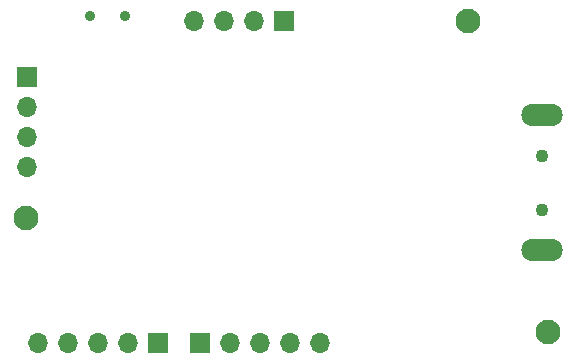
<source format=gbr>
%TF.GenerationSoftware,KiCad,Pcbnew,(6.0.6)*%
%TF.CreationDate,2022-08-05T13:26:10+02:00*%
%TF.ProjectId,stm32_basic,73746d33-325f-4626-9173-69632e6b6963,rev?*%
%TF.SameCoordinates,Original*%
%TF.FileFunction,Soldermask,Bot*%
%TF.FilePolarity,Negative*%
%FSLAX46Y46*%
G04 Gerber Fmt 4.6, Leading zero omitted, Abs format (unit mm)*
G04 Created by KiCad (PCBNEW (6.0.6)) date 2022-08-05 13:26:10*
%MOMM*%
%LPD*%
G01*
G04 APERTURE LIST*
%ADD10R,1.700000X1.700000*%
%ADD11O,1.700000X1.700000*%
%ADD12C,1.100000*%
%ADD13O,3.500000X1.900000*%
%ADD14C,0.900000*%
%ADD15C,2.100000*%
G04 APERTURE END LIST*
D10*
%TO.C,J3*%
X131750000Y-94220000D03*
D11*
X131750000Y-96760000D03*
X131750000Y-99300000D03*
X131750000Y-101840000D03*
%TD*%
D12*
%TO.C,J1*%
X175350000Y-105500000D03*
X175350000Y-100900000D03*
D13*
X175350000Y-108900000D03*
X175350000Y-97500000D03*
%TD*%
D14*
%TO.C,SW1*%
X140100000Y-89100000D03*
X137100000Y-89100000D03*
%TD*%
D15*
%TO.C,REF\u002A\u002A*%
X131700000Y-106200000D03*
%TD*%
%TO.C,REF\u002A\u002A*%
X169100000Y-89500000D03*
%TD*%
D10*
%TO.C,J6*%
X142825000Y-116800000D03*
D11*
X140285000Y-116800000D03*
X137745000Y-116800000D03*
X135205000Y-116800000D03*
X132665000Y-116800000D03*
%TD*%
D15*
%TO.C,REF\u002A\u002A*%
X175900000Y-115800000D03*
%TD*%
D10*
%TO.C,J5*%
X146425000Y-116800000D03*
D11*
X148965000Y-116800000D03*
X151505000Y-116800000D03*
X154045000Y-116800000D03*
X156585000Y-116800000D03*
%TD*%
D10*
%TO.C,J4*%
X153550000Y-89550000D03*
D11*
X151010000Y-89550000D03*
X148470000Y-89550000D03*
X145930000Y-89550000D03*
%TD*%
M02*

</source>
